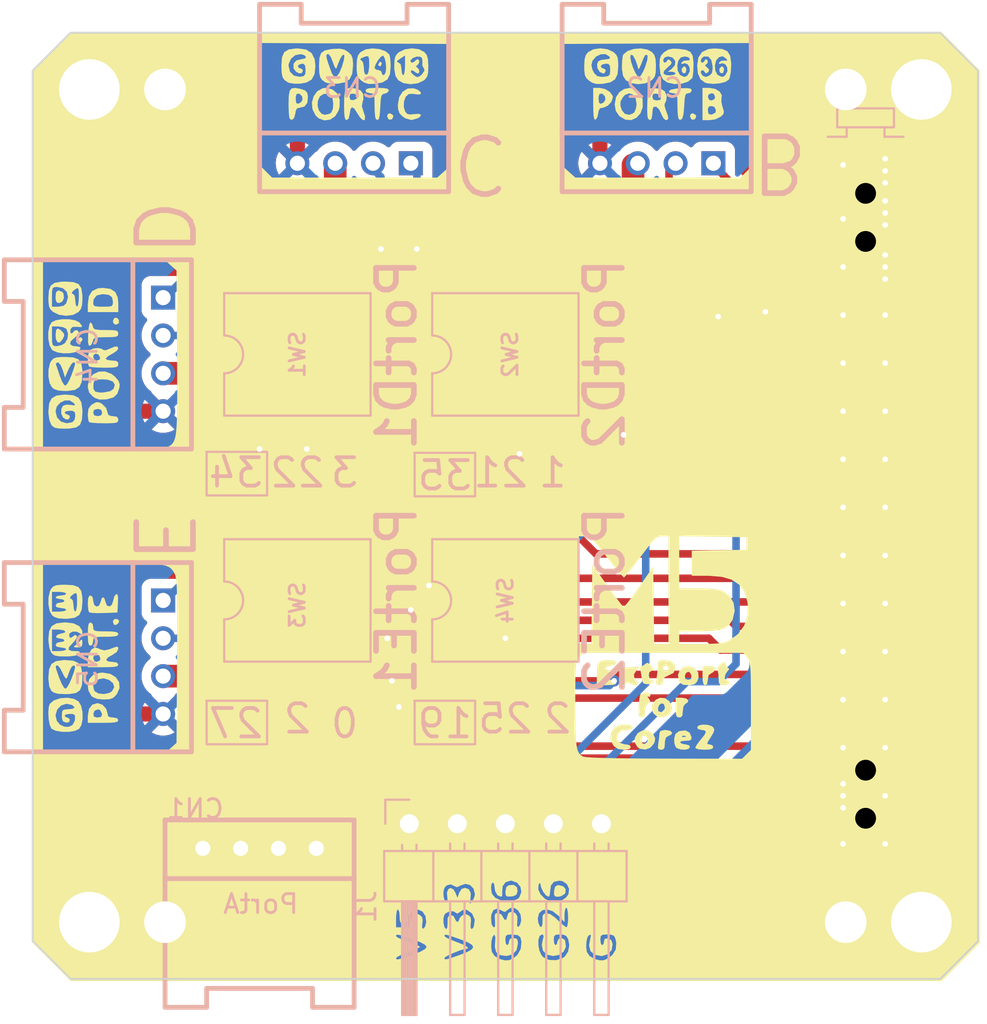
<source format=kicad_pcb>
(kicad_pcb (version 20211014) (generator pcbnew)
  (layers (0 "F.Cu" signal) (31 "B.Cu" signal) (34 "B.Paste" user) (35 "F.Paste" user) (36 "B.SilkS" user "B.Silkscreen") (37 "F.SilkS" user "F.Silkscreen") (38 "B.Mask" user) (39 "F.Mask" user) (44 "Edge.Cuts" user))
  (net 0 "")
  (net 1 "/EXT_G33")
  (net 2 "/EXT_G32")
  (net 3 "+5V")
  (net 4 "GND")
  (net 5 "/EXT_G36")
  (net 6 "/EXT_G26")
  (net 7 "/EXT_G13")
  (net 8 "/EXT_G14")
  (net 9 "/PD1")
  (net 10 "/PD2")
  (net 11 "/PE1")
  (net 12 "/PE2")
  (net 13 "/EXT_G35")
  (net 14 "unconnected-(CN6-Pad6)")
  (net 15 "unconnected-(CN6-Pad7)")
  (net 16 "/EXT_G25")
  (net 17 "unconnected-(CN6-Pad9)")
  (net 18 "unconnected-(CN6-Pad11)")
  (net 19 "+3V3")
  (net 20 "/EXT_G3")
  (net 21 "/EXT_G1")
  (net 22 "/EXT_G21")
  (net 23 "/EXT_G22")
  (net 24 "/EXT_G27")
  (net 25 "/EXT_G19")
  (net 26 "/EXT_G2")
  (net 27 "/EXT_G0")
  (net 28 "unconnected-(CN6-Pad25)")
  (net 29 "/EXT_G34")
  (net 30 "unconnected-(CN6-Pad27)")
  (net 31 "unconnected-(CN6-Pad29)")
  (net 32 "unconnected-(CN6-Pad30)")
  (footprint "MountingHole:MountingHole_2.2mm_M2" (layer "F.Cu") (at 7 3)
    (fp_text reference "REF**" hide)
    (fp_text value "MountingHole_2.2mm_M2" hide)
    (pad "" np_thru_hole circle locked (at 0 0) (size 2.2 2.2) (drill 2.2) (layers *.Cu *.Mask))
  )
  (footprint "MountingHole:MountingHole_3.2mm_M3" (layer "F.Cu") (at 47 3)
    (fp_text reference "REF**" hide)
    (fp_text value "MountingHole_3.2mm_M3" hide)
    (pad "" np_thru_hole circle locked (at 0 0) (size 3.2 3.2) (drill 3.2) (layers *.Cu *.Mask))
  )
  (footprint "MountingHole:MountingHole_2.2mm_M2" (layer "F.Cu") (at 7 47)
    (fp_text reference "REF**" hide)
    (fp_text value "MountingHole_2.2mm_M2" hide)
    (pad "" np_thru_hole circle locked (at 0 0) (size 2.2 2.2) (drill 2.2) (layers *.Cu *.Mask))
  )
  (footprint "MountingHole:MountingHole_3.2mm_M3" (layer "F.Cu") (at 3 47)
    (fp_text reference "REF**" hide)
    (fp_text value "MountingHole_3.2mm_M3" hide)
    (pad "" np_thru_hole circle locked (at 0 0) (size 3.2 3.2) (drill 3.2) (layers *.Cu *.Mask))
  )
  (footprint "MountingHole:MountingHole_3.2mm_M3" (layer "F.Cu") (at 3 3)
    (fp_text reference "REF**" hide)
    (fp_text value "MountingHole_3.2mm_M3" hide)
    (pad "" np_thru_hole circle locked (at 0 0) (size 3.2 3.2) (drill 3.2) (layers *.Cu *.Mask))
  )
  (footprint "akita:Core2Ext_Fslik2" (layer "F.Cu") (at 25 25)
    (fp_text reference "G***" (at 0 0) (layer "F.SilkS") (effects (font (size 1.524 1.524) (thickness 0.3))))
    (fp_text value "LOGO" hide)
  )
  (footprint "akita:M5STACK_BUS_30P" (layer "F.Cu") (at 44.05 25)
    (fp_text reference "CN6" (at -1.505 20.4025 unlocked) (layer "F.SilkS") (effects (justify left bottom)))
    (fp_text value "CON_MBUS_bottom_Core2" hide)
    (pad "" np_thru_hole circle (at -0.000138 -13.969863 180) (size 1.1 1.1) (drill 1.1) (layers *.Mask))
    (pad "" np_thru_hole circle (at -0.000138 16.510137 180) (size 1.1 1.1) (drill 1.1) (layers *.Mask))
    (pad "" np_thru_hole circle (at -0.000138 -16.509863 180) (size 1.1 1.1) (drill 1.1) (layers *.Mask))
    (pad "" np_thru_hole circle (at -0.000122 13.970121 180) (size 1.1 1.1) (drill 1.1) (layers *.Mask))
    (pad "1" smd rect (at 2.3 -17.78) (size 2.6 1.7) (layers "F.Cu" "F.Paste" "F.Mask") (net 4 "GND"))
    (pad "1" smd rect (at 2.3 -17.78) (size 2.6 1.7) (layers "B.Cu" "B.Paste" "B.Mask") (net 4 "GND"))
    (pad "2" smd rect (at -2.300001 -17.78) (size 2.6 1.7) (layers "B.Cu" "B.Paste" "B.Mask") (net 13 "/EXT_G35"))
    (pad "2" smd rect (at -2.300001 -17.78) (size 2.6 1.7) (layers "F.Cu" "F.Paste" "F.Mask") (net 13 "/EXT_G35"))
    (pad "3" smd rect (at 2.3 -15.24) (size 2.6 1.7) (layers "B.Cu" "B.Paste" "B.Mask") (net 4 "GND"))
    (pad "3" smd rect (at 2.3 -15.24) (size 2.6 1.7) (layers "F.Cu" "F.Paste" "F.Mask") (net 4 "GND"))
    (pad "4" smd rect (at -2.300001 -15.24) (size 2.6 1.7) (layers "B.Cu" "B.Paste" "B.Mask") (net 5 "/EXT_G36"))
    (pad "4" smd rect (at -2.300001 -15.24) (size 2.6 1.7) (layers "F.Cu" "F.Paste" "F.Mask") (net 5 "/EXT_G36"))
    (pad "5" smd rect (at 2.3 -12.7) (size 2.6 1.7) (layers "F.Cu" "F.Paste" "F.Mask") (net 4 "GND"))
    (pad "5" smd rect (at 2.3 -12.7) (size 2.6 1.7) (layers "B.Cu" "B.Paste" "B.Mask") (net 4 "GND"))
    (pad "6" smd rect (at -2.300001 -12.7) (size 2.6 1.7) (layers "B.Cu" "B.Paste" "B.Mask") (net 14 "unconnected-(CN6-Pad6)"))
    (pad "6" smd rect (at -2.300001 -12.7) (size 2.6 1.7) (layers "F.Cu" "F.Paste" "F.Mask") (net 14 "unconnected-(CN6-Pad6)"))
    (pad "7" smd rect (at 2.3 -10.16) (size 2.6 1.7) (layers "B.Cu" "B.Paste" "B.Mask") (net 15 "unconnected-(CN6-Pad7)"))
    (pad "7" smd rect (at 2.3 -10.16) (size 2.6 1.7) (layers "F.Cu" "F.Paste" "F.Mask") (net 15 "unconnected-(CN6-Pad7)"))
    (pad "8" smd rect (at -2.300001 -10.16) (size 2.6 1.7) (layers "F.Cu" "F.Paste" "F.Mask") (net 16 "/EXT_G25"))
    (pad "8" smd rect (at -2.300001 -10.16) (size 2.6 1.7) (layers "B.Cu" "B.Paste" "B.Mask") (net 16 "/EXT_G25"))
    (pad "9" smd rect (at 2.3 -7.62) (size 2.6 1.7) (layers "B.Cu" "B.Paste" "B.Mask") (net 17 "unconnected-(CN6-Pad9)"))
    (pad "9" smd rect (at 2.3 -7.62) (size 2.6 1.7) (layers "F.Cu" "F.Paste" "F.Mask") (net 17 "unconnected-(CN6-Pad9)"))
    (pad "10" smd rect (at -2.300001 -7.62) (size 2.6 1.7) (layers "B.Cu" "B.Paste" "B.Mask") (net 6 "/EXT_G26"))
    (pad "10" smd rect (at -2.300001 -7.62) (size 2.6 1.7) (layers "F.Cu" "F.Paste" "F.Mask") (net 6 "/EXT_G26"))
    (pad "11" smd rect (at 2.3 -5.08) (size 2.6 1.7) (layers "B.Cu" "B.Paste" "B.Mask") (net 18 "unconnected-(CN6-Pad11)"))
    (pad "11" smd rect (at 2.3 -5.08) (size 2.6 1.7) (layers "F.Cu" "F.Paste" "F.Mask") (net 18 "unconnected-(CN6-Pad11)"))
    (pad "12" smd rect (at -2.300001 -5.08) (size 2.6 1.7) (layers "B.Cu" "B.Paste" "B.Mask") (net 19 "+3V3"))
    (pad "12" smd rect (at -2.300001 -5.08) (size 2.6 1.7) (layers "F.Cu" "F.Paste" "F.Mask") (net 19 "+3V3"))
    (pad "13" smd rect (at 2.3 -2.54) (size 2.6 1.7) (layers "F.Cu" "F.Paste" "F.Mask") (net 20 "/EXT_G3"))
    (pad "13" smd rect (at 2.3 -2.54) (size 2.6 1.7) (layers "B.Cu" "B.Paste" "B.Mask") (net 20 "/EXT_G3"))
    (pad "14" smd rect (at -2.300001 -2.54) (size 2.6 1.7) (layers "B.Cu" "B.Paste" "B.Mask") (net 21 "/EXT_G1"))
    (pad "14" smd rect (at -2.300001 -2.54) (size 2.6 1.7) (layers "F.Cu" "F.Paste" "F.Mask") (net 21 "/EXT_G1"))
    (pad "15" smd rect (at 2.3 0) (size 2.6 1.7) (layers "F.Cu" "F.Paste" "F.Mask") (net 7 "/EXT_G13"))
    (pad "15" smd rect (at 2.3 0) (size 2.6 1.7) (layers "B.Cu" "B.Paste" "B.Mask") (net 7 "/EXT_G13"))
    (pad "16" smd rect (at -2.300001 0) (size 2.6 1.7) (layers "B.Cu" "B.Paste" "B.Mask") (net 8 "/EXT_G14"))
    (pad "16" smd rect (at -2.300001 0) (size 2.6 1.7) (layers "F.Cu" "F.Paste" "F.Mask") (net 8 "/EXT_G14"))
    (pad "17" smd rect (at 2.3 2.54) (size 2.6 1.7) (layers "F.Cu" "F.Paste" "F.Mask") (net 22 "/EXT_G21"))
    (pad "17" smd rect (at 2.3 2.54) (size 2.6 1.7) (layers "B.Cu" "B.Paste" "B.Mask") (net 22 "/EXT_G21"))
    (pad "18" smd rect (at -2.300001 2.54) (size 2.6 1.7) (layers "B.Cu" "B.Paste" "B.Mask") (net 23 "/EXT_G22"))
    (pad "18" smd rect (at -2.300001 2.54) (size 2.6 1.7) (layers "F.Cu" "F.Paste" "F.Mask") (net 23 "/EXT_G22"))
    (pad "19" smd rect (at 2.3 5.08) (size 2.6 1.7) (layers "B.Cu" "B.Paste" "B.Mask") (net 2 "/EXT_G32"))
    (pad "19" smd rect (at 2.3 5.08) (size 2.6 1.7) (layers "F.Cu" "F.Paste" "F.Mask") (net 2 "/EXT_G32"))
    (pad "20" smd rect (at -2.300001 5.08) (size 2.6 1.7) (layers "F.Cu" "F.Paste" "F.Mask") (net 1 "/EXT_G33"))
    (pad "20" smd rect (at -2.300001 5.08) (size 2.6 1.7) (layers "B.Cu" "B.Paste" "B.Mask") (net 1 "/EXT_G33"))
    (pad "21" smd rect (at 2.3 7.62) (size 2.6 1.7) (layers "B.Cu" "B.Paste" "B.Mask") (net 24 "/EXT_G27"))
    (pad "21" smd rect (at 2.3 7.62) (size 2.6 1.7) (layers "F.Cu" "F.Paste" "F.Mask") (net 24 "/EXT_G27"))
    (pad "22" smd rect (at -2.300001 7.62) (size 2.6 1.7) (layers "B.Cu" "B.Paste" "B.Mask") (net 25 "/EXT_G19"))
    (pad "22" smd rect (at -2.300001 7.62) (size 2.6 1.7) (layers "F.Cu" "F.Paste" "F.Mask") (net 25 "/EXT_G19"))
    (pad "23" smd rect (at 2.3 10.16) (size 2.6 1.7) (layers "F.Cu" "F.Paste" "F.Mask") (net 26 "/EXT_G2"))
    (pad "23" smd rect (at 2.3 10.16) (size 2.6 1.7) (layers "B.Cu" "B.Paste" "B.Mask") (net 26 "/EXT_G2"))
    (pad "24" smd rect (at -2.300001 10.16) (size 2.6 1.7) (layers "F.Cu" "F.Paste" "F.Mask") (net 27 "/EXT_G0"))
    (pad "24" smd rect (at -2.300001 10.16) (size 2.6 1.7) (layers "B.Cu" "B.Paste" "B.Mask") (net 27 "/EXT_G0"))
    (pad "25" smd rect (at 2.3 12.7) (size 2.6 1.7) (layers "F.Cu" "F.Paste" "F.Mask") (net 28 "unconnected-(CN6-Pad25)"))
    (pad "25" smd rect (at 2.3 12.7) (size 2.6 1.7) (layers "B.Cu" "B.Paste" "B.Mask") (net 28 "unconnected-(CN6-Pad25)"))
    (pad "26" smd rect (at -2.300001 12.7) (size 2.6 1.7) (layers "F.Cu" "F.Paste" "F.Mask") (net 29 "/EXT_G34"))
    (pad "26" smd rect (at -2.300001 12.7) (size 2.6 1.7) (layers "B.Cu" "B.Paste" "B.Mask") (net 29 "/EXT_G34"))
    (pad "27" smd rect (at 2.3 15.24) (size 2.6 1.7) (layers "F.Cu" "F.Paste" "F.Mask") (net 30 "unconnected-(CN6-Pad27)"))
    (pad "27" smd rect (at 2.3 15.24) (size 2.6 1.7) (layers "B.Cu" "B.Paste" "B.Mask") (net 30 "unconnected-(CN6-Pad27)"))
    (pad "28" smd rect (at -2.300001 15.24) (size 2.6 1.7) (layers "B.Cu" "B.Paste" "B.Mask") (net 3 "+5V"))
    (pad "28" smd rect (at -2.300001 15.24) (size 2.6 1.7) (layers "F.Cu" "F.Paste" "F.Mask") (net 3 "+5V"))
    (pad "29" smd rect (at 2.3 17.78) (size 2.6 1.7) (layers "B.Cu" "B.Paste" "B.Mask") (net 31 "unconnected-(CN6-Pad29)"))
    (pad "29" smd rect (at 2.3 17.78) (size 2.6 1.7) (layers "F.Cu" "F.Paste" "F.Mask") (net 31 "unconnected-(CN6-Pad29)"))
    (pad "30" smd rect (at -2.300001 17.78) (size 2.6 1.7) (layers "F.Cu" "F.Paste" "F.Mask") (net 32 "unconnected-(CN6-Pad30)"))
    (pad "30" smd rect (at -2.300001 17.78) (size 2.6 1.7) (layers "B.Cu" "B.Paste" "B.Mask") (net 32 "unconnected-(CN6-Pad30)"))
  )
  (footprint "MountingHole:MountingHole_2.2mm_M2" (layer "F.Cu") (at 43 3)
    (fp_text reference "REF**" hide)
    (fp_text value "MountingHole_2.2mm_M2" hide)
    (pad "" np_thru_hole circle locked (at 0 0) (size 2.2 2.2) (drill 2.2) (layers *.Cu *.Mask))
  )
  (footprint "MountingHole:MountingHole_2.2mm_M2" (layer "F.Cu") (at 43 47)
    (fp_text reference "REF**" hide)
    (fp_text value "MountingHole_2.2mm_M2" hide)
    (pad "" np_thru_hole circle locked (at 0 0) (size 2.2 2.2) (drill 2.2) (layers *.Cu *.Mask))
  )
  (footprint "MountingHole:MountingHole_3.2mm_M3" (layer "F.Cu") (at 47 47)
    (fp_text reference "REF**" hide)
    (fp_text value "MountingHole_3.2mm_M3" hide)
    (pad "" np_thru_hole circle locked (at 0 0) (size 3.2 3.2) (drill 3.2) (layers *.Cu *.Mask))
  )
  (footprint "akita:CON_GROVE_H" (layer "B.Cu") (at 6.9 33 -90)
    (fp_text reference "CN5" (at -1.5 3.4 -90) (layer "B.SilkS") (effects (justify left bottom mirror)))
    (fp_text value "CON_GROVE")
    (pad "1" thru_hole rect locked (at -3 0 270) (size 1.27 1.27) (drill 0.8) (layers *.Cu *.Mask) (net 11 "/PE1"))
    (pad "2" thru_hole circle locked (at -1 0 270) (size 1.27 1.27) (drill 0.8) (layers *.Cu *.Mask) (net 12 "/PE2"))
    (pad "3" thru_hole circle locked (at 1 0 270) (size 1.27 1.27) (drill 0.8) (layers *.Cu *.Mask) (net 3 "+5V"))
    (pad "4" thru_hole circle locked (at 3 0 270) (size 1.27 1.27) (drill 0.8) (layers *.Cu *.Mask) (net 4 "GND"))
  )
  (footprint "akita:CON_GROVE_H" (layer "B.Cu") (at 17 6.9 180)
    (fp_text reference "CN3" (at -1.5 3.4) (layer "B.SilkS") (effects (justify left bottom mirror)))
    (fp_text value "CON_GROVE")
    (pad "1" thru_hole rect locked (at -3 0 180) (size 1.27 1.27) (drill 0.8) (layers *.Cu *.Mask) (net 7 "/EXT_G13"))
    (pad "2" thru_hole circle locked (at -1 0 180) (size 1.27 1.27) (drill 0.8) (layers *.Cu *.Mask) (net 8 "/EXT_G14"))
    (pad "3" thru_hole circle locked (at 1 0 180) (size 1.27 1.27) (drill 0.8) (layers *.Cu *.Mask) (net 3 "+5V"))
    (pad "4" thru_hole circle locked (at 3 0 180) (size 1.27 1.27) (drill 0.8) (layers *.Cu *.Mask) (net 4 "GND"))
  )
  (footprint "akita:SMDIP-6_W9.53mm_narrow" (layer "B.Cu") (at 14 17 -90)
    (fp_text reference "SW1" (at 0 0 90) (layer "B.SilkS") (effects (font (size 0.8 0.8)) (justify mirror)))
    (fp_text value "SW_DIP_x03")
    (pad "1" smd rect (at -4.45 2.54 270) (size 1.5 1.1) (layers "B.Cu" "B.Paste" "B.Mask") (net 9 "/PD1"))
    (pad "2" smd rect (at -4.45 0 270) (size 1.5 1.1) (layers "B.Cu" "B.Paste" "B.Mask") (net 9 "/PD1"))
    (pad "3" smd rect (at -4.45 -2.54 270) (size 1.5 1.1) (layers "B.Cu" "B.Paste" "B.Mask") (net 9 "/PD1"))
    (pad "4" smd rect (at 4.45 -2.54 270) (size 1.5 1.1) (layers "B.Cu" "B.Paste" "B.Mask") (net 20 "/EXT_G3"))
    (pad "5" smd rect (at 4.45 0 270) (size 1.5 1.1) (layers "B.Cu" "B.Paste" "B.Mask") (net 23 "/EXT_G22"))
    (pad "6" smd rect (at 4.45 2.54 270) (size 1.5 1.1) (layers "B.Cu" "B.Paste" "B.Mask") (net 29 "/EXT_G34"))
  )
  (footprint "akita:SMDIP-6_W9.53mm_narrow" (layer "B.Cu") (at 25 30 -90)
    (fp_text reference "SW4" (at 0 0 90) (layer "B.SilkS") (effects (font (size 0.8 0.8)) (justify mirror)))
    (fp_text value "SW_DIP_x03")
    (pad "1" smd rect (at -4.45 2.54 270) (size 1.5 1.1) (layers "B.Cu" "B.Paste" "B.Mask") (net 12 "/PE2"))
    (pad "2" smd rect (at -4.45 0 270) (size 1.5 1.1) (layers "B.Cu" "B.Paste" "B.Mask") (net 12 "/PE2"))
    (pad "3" smd rect (at -4.45 -2.54 270) (size 1.5 1.1) (layers "B.Cu" "B.Paste" "B.Mask") (net 12 "/PE2"))
    (pad "4" smd rect (at 4.45 -2.54 270) (size 1.5 1.1) (layers "B.Cu" "B.Paste" "B.Mask") (net 26 "/EXT_G2"))
    (pad "5" smd rect (at 4.45 0 270) (size 1.5 1.1) (layers "B.Cu" "B.Paste" "B.Mask") (net 16 "/EXT_G25"))
    (pad "6" smd rect (at 4.45 2.54 270) (size 1.5 1.1) (layers "B.Cu" "B.Paste" "B.Mask") (net 25 "/EXT_G19"))
  )
  (footprint "akita:CON_GROVE_H" (layer "B.Cu") (at 6.9 17 -90)
    (fp_text reference "CN4" (at -1.5 3.4 -90) (layer "B.SilkS") (effects (justify left bottom mirror)))
    (fp_text value "CON_GROVE")
    (pad "1" thru_hole rect locked (at -3 0 270) (size 1.27 1.27) (drill 0.8) (layers *.Cu *.Mask) (net 9 "/PD1"))
    (pad "2" thru_hole circle locked (at -1 0 270) (size 1.27 1.27) (drill 0.8) (layers *.Cu *.Mask) (net 10 "/PD2"))
    (pad "3" thru_hole circle locked (at 1 0 270) (size 1.27 1.27) (drill 0.8) (layers *.Cu *.Mask) (net 3 "+5V"))
    (pad "4" thru_hole circle locked (at 3 0 270) (size 1.27 1.27) (drill 0.8) (layers *.Cu *.Mask) (net 4 "GND"))
  )
  (footprint "akita:CON_GROVE_H" (layer "B.Cu") (at 33 6.9 180)
    (fp_text reference "CN2" (at -1.5 3.4) (layer "B.SilkS") (effects (justify left bottom mirror)))
    (fp_text value "CON_GROVE")
    (pad "1" thru_hole rect locked (at -3 0 180) (size 1.27 1.27) (drill 0.8) (layers *.Cu *.Mask) (net 5 "/EXT_G36"))
    (pad "2" thru_hole circle locked (at -1 0 180) (size 1.27 1.27) (drill 0.8) (layers *.Cu *.Mask) (net 6 "/EXT_G26"))
    (pad "3" thru_hole circle locked (at 1 0 180) (size 1.27 1.27) (drill 0.8) (layers *.Cu *.Mask) (net 3 "+5V"))
    (pad "4" thru_hole circle locked (at 3 0 180) (size 1.27 1.27) (drill 0.8) (layers *.Cu *.Mask) (net 4 "GND"))
  )
  (footprint "akita:CON_GROVE_H" (layer "B.Cu") (at 12 43.1)
    (fp_text reference "CN1" (at -5 -1.5) (layer "B.SilkS") (effects (justify right bottom mirror)))
    (fp_text value "CON_GROVE")
    (pad "1" thru_hole rect locked (at -3 0) (size 1.27 1.27) (drill 0.8) (layers *.Cu *.Mask) (net 1 "/EXT_G33"))
    (pad "2" thru_hole circle locked (at -1 0) (size 1.27 1.27) (drill 0.8) (layers *.Cu *.Mask) (net 2 "/EXT_G32"))
    (pad "3" thru_hole circle locked (at 1 0) (size 1.27 1.27) (drill 0.8) (layers *.Cu *.Mask) (net 3 "+5V"))
    (pad "4" thru_hole circle locked (at 3 0) (size 1.27 1.27) (drill 0.8) (layers *.Cu *.Mask) (net 4 "GND"))
  )
  (footprint "akita:SMDIP-6_W9.53mm_narrow" (layer "B.Cu") (at 14 30 -90)
    (fp_text reference "SW3" (at 0.25 0 90) (layer "B.SilkS") (effects (font (size 0.8 0.8)) (justify mirror)))
    (fp_text value "SW_DIP_x03")
    (pad "1" smd rect (at -4.45 2.54 270) (size 1.5 1.1) (layers "B.Cu" "B.Paste" "B.Mask") (net 11 "/PE1"))
    (pad "2" smd rect (at -4.45 0 270) (size 1.5 1.1) (layers "B.Cu" "B.Paste" "B.Mask") (net 11 "/PE1"))
    (pad "3" smd rect (at -4.45 -2.54 270) (size 1.5 1.1) (layers "B.Cu" "B.Paste" "B.Mask") (net 11 "/PE1"))
    (pad "4" smd rect (at 4.45 -2.54 270) (size 1.5 1.1) (layers "B.Cu" "B.Paste" "B.Mask") (net 27 "/EXT_G0"))
    (pad "5" smd rect (at 4.45 0 270) (size 1.5 1.1) (layers "B.Cu" "B.Paste" "B.Mask") (net 26 "/EXT_G2"))
    (pad "6" smd rect (at 4.45 2.54 270) (size 1.5 1.1) (layers "B.Cu" "B.Paste" "B.Mask") (net 24 "/EXT_G27"))
  )
  (footprint "Connector_PinHeader_2.54mm:PinHeader_1x05_P2.54mm_Horizontal" (layer "B.Cu") (at 19.92 41.8 -90)
    (fp_text reference "J1" (at 4.385 2.27 90) (layer "B.SilkS") (effects (justify mirror)))
    (fp_text value "Conn_01x05")
    (pad "1" thru_hole rect locked (at 0 0 270) (size 1.7 1.7) (drill 1) (layers *.Cu *.Mask) (net 3 "+5V"))
    (pad "2" thru_hole oval locked (at 0 -2.54 270) (size 1.7 1.7) (drill 1) (layers *.Cu *.Mask) (net 19 "+3V3"))
    (pad "3" thru_hole oval locked (at 0 -5.08 270) (size 1.7 1.7) (drill 1) (layers *.Cu *.Mask) (net 5 "/EXT_G36"))
    (pad "4" thru_hole oval locked (at 0 -7.62 270) (size 1.7 1.7) (drill 1) (layers *.Cu *.Mask) (net 6 "/EXT_G26"))
    (pad "5" thru_hole oval locked (at 0 -10.16 270) (size 1.7 1.7) (drill 1) (layers *.Cu *.Mask) (net 4 "GND"))
  )
  (footprint "akita:SMDIP-6_W9.53mm_narrow" (layer "B.Cu") (at 25 17 -90)
    (fp_text reference "SW2" (at 0 -0.25 90) (layer "B.SilkS") (effects (font (size 0.8 0.8)) (justify mirror)))
    (fp_text value "SW_DIP_x03")
    (pad "1" smd rect (at -4.45 2.54 270) (size 1.5 1.1) (layers "B.Cu" "B.Paste" "B.Mask") (net 10 "/PD2"))
    (pad "2" smd rect (at -4.45 0 270) (size 1.5 1.1) (layers "B.Cu" "B.Paste" "B.Mask") (net 10 "/PD2"))
    (pad "3" smd rect (at -4.45 -2.54 270) (size 1.5 1.1) (layers "B.Cu" "B.Paste" "B.Mask") (net 10 "/PD2"))
    (pad "4" smd rect (at 4.45 -2.54 270) (size 1.5 1.1) (layers "B.Cu" "B.Paste" "B.Mask") (net 21 "/EXT_G1"))
    (pad "5" smd rect (at 4.45 0 270) (size 1.5 1.1) (layers "B.Cu" "B.Paste" "B.Mask") (net 22 "/EXT_G21"))
    (pad "6" smd rect (at 4.45 2.54 270) (size 1.5 1.1) (layers "B.Cu" "B.Paste" "B.Mask") (net 13 "/EXT_G35"))
  )
  (gr_rect (start 20.2 35.3) (end 23.4 37.6) (layer "B.SilkS") (width 0.12) (fill none))
  (gr_rect (start 9.2 35.3) (end 12.4 37.6) (layer "B.SilkS") (width 0.12) (fill none))
  (gr_rect (start 9.2 22.15) (end 12.4 24.45) (layer "B.SilkS") (width 0.12) (fill none))
  (gr_rect (start 20.2 22.2) (end 23.4 24.5) (layer "B.SilkS") (width 0.12) (fill none))
  (gr_line (start 2 50) (end 0 48) (layer "Edge.Cuts") (width 0.1))
  (gr_line (start 0 2) (end 2 0) (layer "Edge.Cuts") (width 0.1))
  (gr_line (start 50 2) (end 50 48) (layer "Edge.Cuts") (width 0.1))
  (gr_line (start 48 0) (end 50 2) (layer "Edge.Cuts") (width 0.1))
  (gr_line (start 37 0) (end 2 0) (layer "Edge.Cuts") (width 0.1))
  (gr_line (start 41 0) (end 37 0) (layer "Edge.Cuts") (width 0.1))
  (gr_line (start 48 0) (end 41 0) (layer "Edge.Cuts") (width 0.1))
  (gr_line (start 0 48) (end 0 2) (layer "Edge.Cuts") (width 0.1))
  (gr_line (start 50 48) (end 48 50) (layer "Edge.Cuts") (width 0.1))
  (gr_line (start 48 50) (end 2 50) (layer "Edge.Cuts") (width 0.1))
  (gr_text "1" (at 27.5 23.25) (layer "B.SilkS") (effects (font (size 1.5 1.5) (thickness 0.2)) (justify mirror)))
  (gr_text "25" (at 25 36.25) (layer "B.SilkS") (effects (font (size 1.5 1.5) (thickness 0.2)) (justify mirror)))
  (gr_text "22" (at 14 23.25) (layer "B.SilkS") (effects (font (size 1.5 1.5) (thickness 0.2)) (justify mirror)))
  (gr_text "3" (at 16.5 23.25) (layer "B.SilkS") (effects (font (size 1.5 1.5) (thickness 0.2)) (justify mirror)))
  (gr_text "19" (at 21.8 36.5) (layer "B.SilkS") (effects (font (size 1.5 1.5) (thickness 0.2)) (justify mirror)))
  (gr_text "PortE2" (at 30.25 30 90) (layer "B.SilkS") (effects (font (size 2 2) (thickness 0.3)) (justify mirror)))
  (gr_text "E" (at 6.85 28.2 270) (layer "B.SilkS") (effects (font (size 3 3) (thickness 0.3)) (justify left mirror)))
  (gr_text "0" (at 16.5 36.5) (layer "B.SilkS") (effects (font (size 1.5 1.5) (thickness 0.2)) (justify mirror)))
  (gr_text "27" (at 10.75 36.5) (layer "B.SilkS") (effects (font (size 1.5 1.5) (thickness 0.2)) (justify mirror)))
  (gr_text "PortD1" (at 19.25 17 90) (layer "B.SilkS") (effects (font (size 2 2) (thickness 0.3)) (justify mirror)))
  (gr_text "34" (at 10.75 23.25) (layer "B.SilkS") (effects (font (size 1.5 1.5) (thickness 0.2)) (justify mirror)))
  (gr_text "PortD2" (at 30.25 17 90) (layer "B.SilkS") (effects (font (size 2 2) (thickness 0.3)) (justify mirror)))
  (gr_text "21" (at 24.75 23.25) (layer "B.SilkS") (effects (font (size 1.5 1.5) (thickness 0.2)) (justify mirror)))
  (gr_text "35" (at 21.8 23.4) (layer "B.SilkS") (effects (font (size 1.5 1.5) (thickness 0.2)) (justify mirror)))
  (gr_text "2" (at 14 36.25) (layer "B.SilkS") (effects (font (size 1.5 1.5) (thickness 0.2)) (justify mirror)))
  (gr_text "C" (at 22 6.9 180) (layer "B.SilkS") (effects (font (size 3 3) (thickness 0.3)) (justify left mirror)))
  (gr_text "B" (at 37.8 6.85 180) (layer "B.SilkS") (effects (font (size 3 3) (thickness 0.3)) (justify left mirror)))
  (gr_text "D" (at 6.85 12 270) (layer "B.SilkS") (effects (font (size 3 3) (thickness 0.3)) (justify left mirror)))
  (gr_text "2" (at 27.75 36.25) (layer "B.SilkS") (effects (font (size 1.5 1.5) (thickness 0.2)) (justify mirror)))
  (gr_text "PortA" (at 12.065 46.0375) (layer "B.SilkS") (effects (font (size 1 1)) (justify mirror)))
  (gr_text "PortE1" (at 19.25 30 90) (layer "B.SilkS") (effects (font (size 2 2) (thickness 0.3)) (justify mirror)))
  (segment (start 21.57 30.5) (end 21.99 30.08) (width 0.4) (layer "F.Cu") (net 1))
  (segment (start 21.99 30.08) (end 41.749999 30.08) (width 0.4) (layer "F.Cu") (net 1))
  (segment (start 20 30.5) (end 21.57 30.5) (width 0.4) (layer "F.Cu") (net 1))
  (via (at 42.8625 30.1625) (size 0.6) (drill 0.3) (layers "F.Cu" "B.Cu") (net 1))
  (via (at 20 30.5) (size 0.6) (drill 0.3) (layers "F.Cu" "B.Cu") (net 1))
  (segment (start 12.07 40) (end 8.89 43.18) (width 0.4) (layer "B.Cu") (net 1))
  (segment (start 17.5 40) (end 12.07 40) (width 0.4) (layer "B.Cu") (net 1))
  (segment (start 20.25 30.75) (end 20.25 37.25) (width 0.4) (layer "B.Cu") (net 1))
  (segment (start 20 30.5) (end 20.25 30.75) (width 0.4) (layer "B.Cu") (net 1))
  (segment (start 20.25 37.25) (end 17.5 40) (width 0.4) (layer "B.Cu") (net 1))
  (segment (start 46.35 30.08) (end 45.100489 28.830489) (width 0.4) (layer "F.Cu") (net 2))
  (segment (start 21.334511 28.830489) (end 20.955 29.21) (width 0.4) (layer "F.Cu") (net 2))
  (segment (start 45.100489 28.830489) (end 21.334511 28.830489) (width 0.4) (layer "F.Cu") (net 2))
  (via (at 45.085 30.1625) (size 0.6) (drill 0.3) (layers "F.Cu" "B.Cu") (net 2))
  (via (at 20.955 29.21) (size 0.6) (drill 0.3) (layers "F.Cu" "B.Cu") (net 2))
  (segment (start 12.975 41) (end 10.795 43.18) (width 0.4) (layer "B.Cu") (net 2))
  (segment (start 17.75 41) (end 12.975 41) (width 0.4) (layer "B.Cu") (net 2))
  (segment (start 20.955 37.795) (end 17.75 41) (width 0.4) (layer "B.Cu") (net 2))
  (segment (start 20.955 29.21) (end 20.955 37.795) (width 0.4) (layer "B.Cu") (net 2))
  (segment (start 16 9.4) (end 15.875 9.525) (width 1.2) (layer "F.Cu") (net 3))
  (segment (start 19.92 41.8) (end 19.92 39.135) (width 1.2) (layer "F.Cu") (net 3))
  (segment (start 6.9 34) (end 9.235 34) (width 1.2) (layer "F.Cu") (net 3))
  (segment (start 9.235 34) (end 9.525 34.29) (width 1.2) (layer "F.Cu") (net 3))
  (segment (start 41.749999 40.24) (end 33.89 40.24) (width 1.2) (layer "F.Cu") (net 3))
  (segment (start 11.43 38.735) (end 9.525 36.83) (width 1.2) (layer "F.Cu") (net 3))
  (segment (start 33.89 40.24) (end 32.385 38.735) (width 1.2) (layer "F.Cu") (net 3))
  (segment (start 16 6.9) (end 16 9.4) (width 1.2) (layer "F.Cu") (net 3))
  (segment (start 31.75 8.89) (end 31.75 6.985) (width 1.2) (layer "F.Cu") (net 3))
  (segment (start 9.525 36.83) (end 9.525 34.29) (width 1.2) (layer "F.Cu") (net 3))
  (segment (start 9.525 34.29) (end 9.525 18.415) (width 1.2) (layer "F.Cu") (net 3))
  (segment (start 6.9 18) (end 9.11 18) (width 1.2) (layer "F.Cu") (net 3))
  (segment (start 32.385 38.735) (end 20.32 38.735) (width 1.2) (layer "F.Cu") (net 3))
  (segment (start 20.32 38.735) (end 13.335 38.735) (width 1.2) (layer "F.Cu") (net 3))
  (segment (start 13 43.1) (end 13 39.07) (width 1.2) (layer "F.Cu") (net 3))
  (segment (start 9.11 18) (end 9.525 18.415) (width 1.2) (layer "F.Cu") (net 3))
  (segment (start 9.525 11.43) (end 11.43 9.525) (width 1.2) (layer "F.Cu") (net 3))
  (segment (start 13 39.07) (end 13.335 38.735) (width 1.2) (layer "F.Cu") (net 3))
  (segment (start 13.335 38.735) (end 11.43 38.735) (width 1.2) (layer "F.Cu") (net 3))
  (segment (start 19.92 39.135) (end 20.32 38.735) (width 1.2) (layer "F.Cu") (net 3))
  (segment (start 9.525 18.415) (end 9.525 11.43) (width 1.2) (layer "F.Cu") (net 3))
  (segment (start 15.875 9.525) (end 31.115 9.525) (width 1.2) (layer "F.Cu") (net 3))
  (segment (start 11.43 9.525) (end 15.875 9.525) (width 1.2) (layer "F.Cu") (net 3))
  (segment (start 31.115 9.525) (end 31.75 8.89) (width 1.2) (layer "F.Cu") (net 3))
  (via (at 42.8625 40.3225) (size 0.6) (drill 0.3) (layers "F.Cu" "B.Cu") (net 3))
  (via (at 42.8625 40.9575) (size 0.6) (drill 0.3) (layers "F.Cu" "B.Cu") (net 3))
  (via (at 42.8625 39.6875) (size 0.6) (drill 0.3) (layers "F.Cu" "B.Cu") (net 3))
  (segment (start 8.430978 45) (end 15 45) (width 0.8) (layer "F.Cu") (net 4))
  (segment (start 5 41.569022) (end 8.430978 45) (width 0.8) (layer "F.Cu") (net 4))
  (segment (start 44 5) (end 30 5) (width 0.8) (layer "F.Cu") (net 4))
  (segment (start 30 5) (end 14 5) (width 0.8) (layer "F.Cu") (net 4))
  (segment (start 14 5) (end 12 5) (width 0.8) (layer "F.Cu") (net 4))
  (segment (start 12 5) (end 5 12) (width 0.8) (layer "F.Cu") (net 4))
  (segment (start 15 43.1) (end 15 45) (width 0.8) (layer "F.Cu") (net 4))
  (segment (start 30 6.9) (end 30 5) (width 0.8) (layer "F.Cu") (net 4))
  (segment (start 14 5) (end 14 7) (width 0.8) (layer "F.Cu") (net 4))
  (segment (start 5 12) (end 5 20) (width 0.8) (layer "F.Cu") (net 4))
  (segment (start 6.9 20) (end 5 20) (width 0.8) (layer "F.Cu") (net 4))
  (segment (start 15 45) (end 24 45) (width 0.8) (layer "F.Cu") (net 4))
  (segment (start 6.9 36) (end 5 36) (width 0.8) (layer "F.Cu") (net 4))
  (segment (start 27 45) (end 30 42) (width 0.8) (layer "F.Cu") (net 4))
  (segment (start 46.35 12.3) (end 46.35 7.3075) (width 0.8) (layer "F.Cu") (net 4))
  (segment (start 5 20) (end 5 36) (width 0.8) (layer "F.Cu") (net 4))
  (segment (start 24 45) (end 27 45) (width 0.8) (layer "F.Cu") (net 4))
  (segment (start 46 7) (end 44 5) (width 0.8) (layer "F.Cu") (net 4))
  (segment (start 5 36) (end 5 41.569022) (width 0.8) (layer "F.Cu") (net 4))
  (via (at 45.085 8.89) (size 0.6) (drill 0.3) (layers "F.Cu" "B.Cu") (net 4))
  (via (at 45.085 9.525) (size 0.6) (drill 0.3) (layers "F.Cu" "B.Cu") (net 4))
  (via (at 45.085 10.16) (size 0.6) (drill 0.3) (layers "F.Cu" "B.Cu") (net 4))
  (via (at 45.085 11.7475) (size 0.6) (drill 0.3) (layers "F.Cu" "B.Cu") (net 4))
  (via (at 45.085 7.9375) (size 0.6) (drill 0.3) (layers "F.Cu" "B.Cu") (net 4))
  (via (at 45.085 6.6675) (size 0.6) (drill 0.3) (layers "F.Cu" "B.Cu") (net 4))
  (via (at 45.085 12.3825) (size 0.6) (drill 0.3) (layers "F.Cu" "B.Cu") (net 4))
  (via (at 45.085 13.0175) (size 0.6) (drill 0.3) (layers "F.Cu" "B.Cu") (net 4))
  (via (at 45.085 7.3025) (size 0.6) (drill 0.3) (layers "F.Cu" "B.Cu") (net 4))
  (segment (start 38.75 12.75) (end 38.76 12.74) (width 0.4) (layer "F.Cu") (net 5))
  (segment (start 38.76 12.74) (end 38.76 9.76) (width 0.4) (layer "F.Cu") (net 5))
  (segment (start 41.749999 9.76) (end 38.76 9.76) (width 0.4) (layer "F.Cu") (net 5))
  (segment (start 38.75 14.75) (end 38.75 12.75) (width 0.4) (layer "F.Cu") (net 5))
  (segment (start 38.76 9.76) (end 36 7) (width 0.4) (layer "F.Cu") (net 5))
  (via (at 38.75 14.75) (size 0.6) (drill 0.3) (layers "F.Cu" "B.Cu") (net 5))
  (via (at 42.8625 9.8425) (size 0.6) (drill 0.3) (layers "F.Cu" "B.Cu") (net 5))
  (segment (start 32.42048 24.57952) (end 32.42048 34.37952) (width 0.4) (layer "B.Cu") (net 5))
  (segment (start 38.75 14.75) (end 38.75 18.25) (width 0.4) (layer "B.Cu") (net 5))
  (segment (start 38.75 18.25) (end 32.42048 24.57952) (width 0.4) (layer "B.Cu") (net 5))
  (segment (start 32.42048 34.37952) (end 25 41.8) (width 0.4) (layer "B.Cu") (net 5))
  (segment (start 33.655 14.155) (end 33.655 6.985) (width 0.4) (layer "F.Cu") (net 6))
  (segment (start 36.88 17.38) (end 33.655 14.155) (width 0.4) (layer "F.Cu") (net 6))
  (segment (start 41.749999 17.38) (end 36.88 17.38) (width 0.4) (layer "F.Cu") (net 6))
  (via (at 42.8625 17.4625) (size 0.6) (drill 0.3) (layers "F.Cu" "B.Cu") (net 6))
  (segment (start 41.299998 17.38) (end 37.199031 21.480967) (width 0.4) (layer "B.Cu") (net 6))
  (segment (start 36.259022 34.29) (end 34.600978 34.29) (width 0.4) (layer "B.Cu") (net 6))
  (segment (start 27.305 41.585978) (end 27.305 41.91) (width 0.4) (layer "B.Cu") (net 6))
  (segment (start 37.199031 21.480967) (end 37.199031 33.349991) (width 0.4) (layer "B.Cu") (net 6))
  (segment (start 34.600978 34.29) (end 27.305 41.585978) (width 0.4) (layer "B.Cu") (net 6))
  (segment (start 41.749999 17.38) (end 41.299998 17.38) (width 0.4) (layer "B.Cu") (net 6))
  (segment (start 37.199031 33.349991) (end 36.259022 34.29) (width 0.4) (layer "B.Cu") (net 6))
  (segment (start 20.32 11.784259) (end 20.32 11.43) (width 0.4) (layer "F.Cu") (net 7))
  (segment (start 46.35 25) (end 45.100489 23.750489) (width 0.4) (layer "F.Cu") (net 7))
  (segment (start 32.28623 23.750489) (end 20.32 11.784259) (width 0.4) (layer "F.Cu") (net 7))
  (segment (start 45.100489 23.750489) (end 32.28623 23.750489) (width 0.4) (layer "F.Cu") (net 7))
  (via (at 20.32 11.43) (size 0.6) (drill 0.3) (layers "F.Cu" "B.Cu") (net 7))
  (via (at 45.085 25.0825) (size 0.6) (drill 0.3) (layers "F.Cu" "B.Cu") (net 7))
  (segment (start 20.32 11.43) (end 20.32 6.985) (width 0.4) (layer "B.Cu") (net 7))
  (segment (start 31.985 25) (end 18.415 11.43) (width 0.4) (layer "F.Cu") (net 8))
  (segment (start 41.749999 25) (end 31.985 25) (width 0.4) (layer "F.Cu") (net 8))
  (via (at 18.415 11.43) (size 0.6) (drill 0.3) (layers "F.Cu" "B.Cu") (net 8))
  (via (at 42.8625 25.0825) (size 0.6) (drill 0.3) (layers "F.Cu" "B.Cu") (net 8))
  (segment (start 18.415 11.43) (end 18.415 7.62) (width 0.4) (layer "B.Cu") (net 8))
  (segment (start 18.415 7.62) (end 17.78 6.985) (width 0.4) (layer "B.Cu") (net 8))
  (segment (start 16.54 12.55) (end 14.45 12.55) (width 0.4) (layer "B.Cu") (net 9))
  (segment (start 8.45 12.55) (end 7 14) (width 0.4) (layer "B.Cu") (net 9))
  (segment (start 11.46 12.55) (end 8.45 12.55) (width 0.4) (layer "B.Cu") (net 9))
  (segment (start 11.46 12.55) (end 13.55 12.55) (width 0.4) (layer "B.Cu") (net 9))
  (segment (start 19 16) (end 22 13) (width 0.4) (layer "B.Cu") (net 10))
  (segment (start 6.9 16) (end 19 16) (width 0.4) (layer "B.Cu") (net 10))
  (segment (start 27.54 12.55) (end 25.45 12.55) (width 0.4) (layer "B.Cu") (net 10))
  (segment (start 22.46 12.55) (end 24.45 12.55) (width 0.4) (layer "B.Cu") (net 10))
  (segment (start 11.46 25.55) (end 13.55 25.55) (width 0.4) (layer "B.Cu") (net 11))
  (segment (start 7 30) (end 11 26) (width 0.4) (layer "B.Cu") (net 11))
  (segment (start 14 25.55) (end 16.55 25.55) (width 0.4) (layer "B.Cu") (net 11))
  (segment (start 6.9 30) (end 7 30) (width 0.4) (layer "B.Cu") (net 11))
  (segment (start 12.375 32) (end 18.375 26) (width 0.4) (layer "B.Cu") (net 12))
  (segment (start 18.375 26) (end 22 26) (width 0.4) (layer "B.Cu") (net 12))
  (segment (start 6.9 32) (end 6.6 32) (width 0.4) (layer "B.Cu") (net 12))
  (segment (start 6.9 32) (end 12.375 32) (width 0.4) (layer "B.Cu") (net 12))
  (segment (start 27.54 25.55) (end 25.55 25.55) (width 0.4) (layer "B.Cu") (net 12))
  (segment (start 22.46 25.55) (end 24.55 25.55) (width 0.4) (layer "B.Cu") (net 12))
  (via (at 42.8625 6.985) (size 0.6) (drill 0.3) (layers "F.Cu" "B.Cu") (net 13))
  (segment (start 30.9375 15) (end 38.3175 7.62) (width 0.4) (layer "B.Cu") (net 13))
  (segment (start 38.3175 7.62) (end 41.91 7.62) (width 0.4) (layer "B.Cu") (net 13))
  (segment (start 28.75 15) (end 30.9375 15) (width 0.4) (layer "B.Cu") (net 13))
  (segment (start 22.75 21) (end 28.75 15) (width 0.4) (layer "B.Cu") (net 13))
  (via (at 42.8625 12.3825) (size 0.6) (drill 0.3) (layers "F.Cu" "B.Cu") (net 14))
  (via (at 45.085 14.9225) (size 0.6) (drill 0.3) (layers "F.Cu" "B.Cu") (net 15))
  (segment (start 36.699511 15.449511) (end 41.140488 15.449511) (width 0.4) (layer "F.Cu") (net 16))
  (segment (start 36.25 15) (end 36.699511 15.449511) (width 0.4) (layer "F.Cu") (net 16))
  (segment (start 41.140488 15.449511) (end 41.749999 14.84) (width 0.4) (layer "F.Cu") (net 16))
  (via (at 36.25 15) (size 0.6) (drill 0.3) (layers "F.Cu" "B.Cu") (net 16))
  (via (at 42.8625 14.9225) (size 0.6) (drill 0.3) (layers "F.Cu" "B.Cu") (net 16))
  (segment (start 28.489511 30.760489) (end 25.25 34) (width 0.4) (layer "B.Cu") (net 16))
  (segment (start 32.25 23.25) (end 28.489511 27.010489) (width 0.4) (layer "B.Cu") (net 16))
  (segment (start 36.25 15) (end 32.25 19) (width 0.4) (layer "B.Cu") (net 16))
  (segment (start 32.25 19) (end 32.25 23.25) (width 0.4) (layer "B.Cu") (net 16))
  (segment (start 28.489511 27.010489) (end 28.489511 30.760489) (width 0.4) (layer "B.Cu") (net 16))
  (via (at 45.085 17.4625) (size 0.6) (drill 0.3) (layers "F.Cu" "B.Cu") (net 17))
  (via (at 45.085 20.0025) (size 0.6) (drill 0.3) (layers "F.Cu" "B.Cu") (net 18))
  (via (at 42.8625 20.0025) (size 0.6) (drill 0.3) (layers "F.Cu" "B.Cu") (net 19))
  (segment (start 32.7025 43.4975) (end 39.37 36.83) (width 1.2) (layer "B.Cu") (net 19))
  (segment (start 39.37 36.83) (end 39.37 21.090977) (width 1.2) (layer "B.Cu") (net 19))
  (segment (start 23.8125 43.4975) (end 32.7025 43.4975) (width 1.2) (layer "B.Cu") (net 19))
  (segment (start 22.46 42.145) (end 23.8125 43.4975) (width 1.2) (layer "B.Cu") (net 19))
  (segment (start 39.37 21.090977) (end 40.540977 19.92) (width 1.2) (layer "B.Cu") (net 19))
  (segment (start 40.540977 19.92) (end 41.749999 19.92) (width 1.2) (layer "B.Cu") (net 19))
  (segment (start 22.46 41.8) (end 22.46 42.145) (width 1.2) (layer "B.Cu") (net 19))
  (segment (start 31.25 21.25) (end 31.289511 21.210489) (width 0.4) (layer "F.Cu") (net 20))
  (segment (start 31.289511 21.210489) (end 45.100489 21.210489) (width 0.4) (layer "F.Cu") (net 20))
  (segment (start 45.100489 21.210489) (end 46.35 22.46) (width 0.4) (layer "F.Cu") (net 20))
  (via (at 45.085 22.5425) (size 0.6) (drill 0.3) (layers "F.Cu" "B.Cu") (net 20))
  (via (at 31.25 21.25) (size 0.6) (drill 0.3) (layers "F.Cu" "B.Cu") (net 20))
  (segment (start 29 23.5) (end 18.25 23.5) (width 0.4) (layer "B.Cu") (net 20))
  (segment (start 31.25 21.25) (end 29 23.5) (width 0.4) (layer "B.Cu") (net 20))
  (segment (start 18.25 23.5) (end 16.75 22) (width 0.4) (layer "B.Cu") (net 20))
  (via (at 42.8625 22.5425) (size 0.6) (drill 0.3) (layers "F.Cu" "B.Cu") (net 21))
  (segment (start 35.450489 13.549511) (end 27.75 21.25) (width 0.4) (layer "B.Cu") (net 21))
  (segment (start 43.408532 13.549511) (end 35.450489 13.549511) (width 0.4) (layer "B.Cu") (net 21))
  (segment (start 43.815 13.955979) (end 43.408532 13.549511) (width 0.4) (layer "B.Cu") (net 21))
  (segment (start 42.159021 22.46) (end 43.815 20.804021) (width 0.4) (layer "B.Cu") (net 21))
  (segment (start 41.749999 22.46) (end 42.159021 22.46) (width 0.4) (layer "B.Cu") (net 21))
  (segment (start 43.815 20.804021) (end 43.815 13.955979) (width 0.4) (layer "B.Cu") (net 21))
  (segment (start 26 22.25) (end 30.040489 26.290489) (width 0.4) (layer "F.Cu") (net 22))
  (segment (start 25.75 22.25) (end 26 22.25) (width 0.4) (layer "F.Cu") (net 22))
  (segment (start 30.040489 26.290489) (end 45.100489 26.290489) (width 0.4) (layer "F.Cu") (net 22))
  (segment (start 45.100489 26.290489) (end 46.35 27.54) (width 0.4) (layer "F.Cu") (net 22))
  (via (at 25.75 22.25) (size 0.6) (drill 0.3) (layers "F.Cu" "B.Cu") (net 22))
  (via (at 45.085 27.6225) (size 0.6) (drill 0.3) (layers "F.Cu" "B.Cu") (net 22))
  (segment (start 14.5 22) (end 24.25 22) (width 0.4) (layer "F.Cu") (net 23))
  (segment (start 24.25 22) (end 29.79 27.54) (width 0.4) (layer "F.Cu") (net 23))
  (segment (start 29.79 27.54) (end 41.749999 27.54) (width 0.4) (layer "F.Cu") (net 23))
  (via (at 42.8625 27.6225) (size 0.6) (drill 0.3) (layers "F.Cu" "B.Cu") (net 23))
  (via (at 14.5 22) (size 0.6) (drill 0.3) (layers "F.Cu" "B.Cu") (net 23))
  (segment (start 21.86736 31.050489) (end 36.889511 31.050489) (width 0.4) (layer "F.Cu") (net 24))
  (segment (start 20.917849 32) (end 21.86736 31.050489) (width 0.4) (layer "F.Cu") (net 24))
  (segment (start 37.209511 31.370489) (end 45.100489 31.370489) (width 0.4) (layer "F.Cu") (net 24))
  (segment (start 18.75 32) (end 20.917849 32) (width 0.4) (layer "F.Cu") (net 24))
  (segment (start 45.100489 31.370489) (end 46.35 32.62) (width 0.4) (layer "F.Cu") (net 24))
  (segment (start 36.889511 31.050489) (end 37.209511 31.370489) (width 0.4) (layer "F.Cu") (net 24))
  (via (at 45.085 32.7025) (size 0.6) (drill 0.3) (layers "F.Cu" "B.Cu") (net 24))
  (via (at 18.75 32) (size 0.6) (drill 0.3) (layers "F.Cu" "B.Cu") (net 24))
  (segment (start 13.75 32) (end 18.75 32) (width 0.4) (layer "B.Cu") (net 24))
  (segment (start 11.46 34.29) (end 13.75 32) (width 0.4) (layer "B.Cu") (net 24))
  (segment (start 11.46 34.45) (end 11.46 34.29) (width 0.4) (layer "B.Cu") (net 24))
  (segment (start 25 32) (end 35.76 32) (width 0.4) (layer "F.Cu") (net 25))
  (segment (start 36.38 32.62) (end 41.749999 32.62) (width 0.4) (layer "F.Cu") (net 25))
  (segment (start 35.76 32) (end 36.38 32.62) (width 0.4) (layer "F.Cu") (net 25))
  (via (at 42.8625 32.7025) (size 0.6) (drill 0.3) (layers "F.Cu" "B.Cu") (net 25))
  (via (at 25 32) (size 0.6) (drill 0.3) (layers "F.Cu" "B.Cu") (net 25))
  (segment (start 25 32) (end 24.75 32) (width 0.4) (layer "B.Cu") (net 25))
  (segment (start 41.575977 32.385) (end 41.91 32.385) (width 0.4) (layer "B.Cu") (net 25))
  (segment (start 24.75 32) (end 22.75 34) (width 0.4) (layer "B.Cu") (net 25))
  (segment (start 45.100489 33.910489) (end 46.35 35.16) (width 0.4) (layer "F.Cu") (net 26))
  (segment (start 30.75 34.25) (end 19 34.25) (width 0.4) (layer "F.Cu") (net 26))
  (segment (start 31.089511 33.910489) (end 45.100489 33.910489) (width 0.4) (layer "F.Cu") (net 26))
  (segment (start 30.75 34.25) (end 31.089511 33.910489) (width 0.4) (layer "F.Cu") (net 26))
  (via (at 19 34.25) (size 0.6) (drill 0.3) (layers "F.Cu" "B.Cu") (net 26))
  (via (at 30.75 34.25) (size 0.6) (drill 0.3) (layers "F.Cu" "B.Cu") (net 26))
  (via (at 45.085 35.2425) (size 0.6) (drill 0.3) (layers "F.Cu" "B.Cu") (net 26))
  (segment (start 30.5 34.5) (end 27.5 34.5) (width 0.4) (layer "B.Cu") (net 26))
  (segment (start 17.75 33) (end 15.25 33) (width 0.4) (layer "B.Cu") (net 26))
  (segment (start 19 34.25) (end 17.75 33) (width 0.4) (layer "B.Cu") (net 26))
  (segment (start 30.75 34.25) (end 30.5 34.5) (width 0.4) (layer "B.Cu") (net 26))
  (segment (start 15.25 33) (end 14.25 34) (width 0.4) (layer "B.Cu") (net 26))
  (segment (start 26.905 35.16) (end 41.749999 35.16) (width 0.4) (layer "F.Cu") (net 27))
  (segment (start 19.369622 35.630378) (end 19.739244 36) (width 0.4) (layer "F.Cu") (net 27))
  (segment (start 19.739244 36) (end 26.065 36) (width 0.4) (layer "F.Cu") (net 27))
  (segment (start 26.065 36) (end 26.905 35.16) (width 0.4) (layer "F.Cu") (net 27))
  (via (at 19.369622 35.630378) (size 0.6) (drill 0.3) (layers "F.Cu" "B.Cu") (net 27))
  (via (at 42.8625 35.2425) (size 0.6) (drill 0.3) (layers "F.Cu" "B.Cu") (net 27))
  (segment (start 16.75 35) (end 16.75 34.5) (width 0.4) (layer "B.Cu") (net 27))
  (segment (start 19.369622 35.630378) (end 17.380378 35.630378) (width 0.4) (layer "B.Cu") (net 27))
  (segment (start 17.380378 35.630378) (end 16.75 35) (width 0.4) (layer "B.Cu") (net 27))
  (via (at 45.085 37.7825) (size 0.6) (drill 0.3) (layers "F.Cu" "B.Cu") (net 28))
  (segment (start 17.75 35) (end 20.45 37.7) (width 0.4) (layer "F.Cu") (net 29))
  (segment (start 20.45 37.7) (end 41.749999 37.7) (width 0.4) (layer "F.Cu") (net 29))
  (segment (start 12 22) (end 17.75 27.75) (width 0.4) (layer "F.Cu") (net 29))
  (segment (start 17.75 27.75) (end 17.75 35) (width 0.4) (layer "F.Cu") (net 29))
  (via (at 42.8625 37.7825) (size 0.6) (drill 0.3) (layers "F.Cu" "B.Cu") (net 29))
  (via (at 12 22) (size 0.6) (drill 0.3) (layers "F.Cu" "B.Cu") (net 29))
  (via (at 45.085 40.3225) (size 0.6) (drill 0.3) (layers "F.Cu" "B.Cu") (net 30))
  (via (at 45.085 42.8625) (size 0.6) (drill 0.3) (layers "F.Cu" "B.Cu") (net 31))
  (via (at 42.8625 42.8625) (size 0.6) (drill 0.3) (layers "F.Cu" "B.Cu") (net 32))
  (zone (net 4) (net_name "GND") (layer "F.Cu") (connect_pads (clearance 0.508)) (min_thickness 0.254) (fill yes (thermal_gap 0.508) (thermal_bridge_width 0.508))
    (polygon (pts (xy 50 50) (xy 0 50) (xy 0 0) (xy 50 0)))
  )
  (zone (net 4) (net_name "GND") (layer "B.Cu") (connect_pads (clearance 0.508)) (min_thickness 0.254) (fill yes (thermal_gap 0.508) (thermal_bridge_width 0.508))
    (polygon (pts (xy 50 50) (xy 0 50) (xy 0 0) (xy 50 0)))
  )
)
</source>
